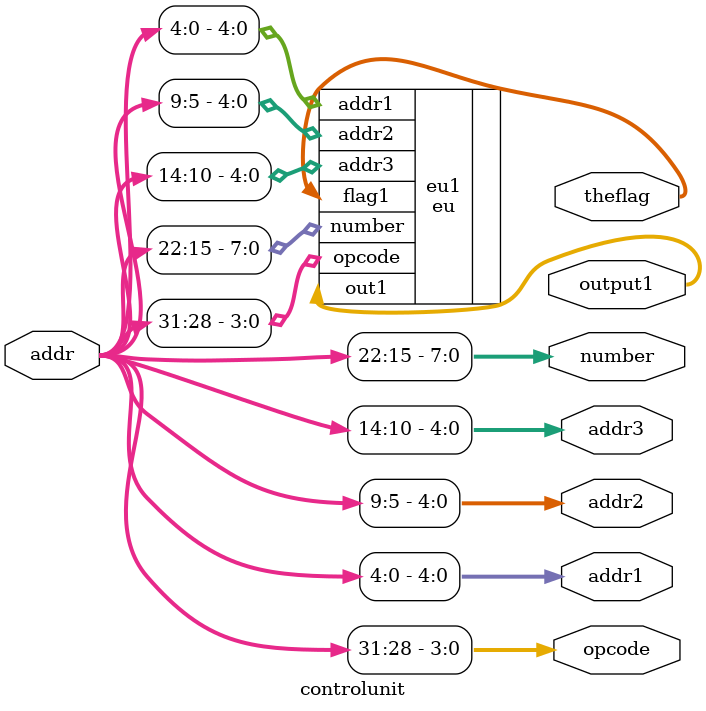
<source format=v>
`timescale 1ns / 1ps
module controlunit(addr, number, opcode, addr1, addr2, addr3,theflag,output1);
 input  [31:0] addr;
 output [3:0] opcode;
 output  [4:0] addr1;
 output  [4:0] addr2; 
 output  [4:0] addr3; 
 output [7:0] number;
 output [7:0]output1;
output [3:0] theflag; 

 assign opcode[3:0] = addr[31:28];
 assign number[7:0] = addr[22:15];
 assign addr3[4:0] = addr[14:10];
 assign addr2[4:0] = addr[9:5];
 assign addr1[4:0] = addr[4:0];
eu eu1(.opcode(opcode),.addr1(addr1),.addr2(addr2),.addr3(addr3),.number(number),.flag1(theflag),.out1(output1));

endmodule








</source>
